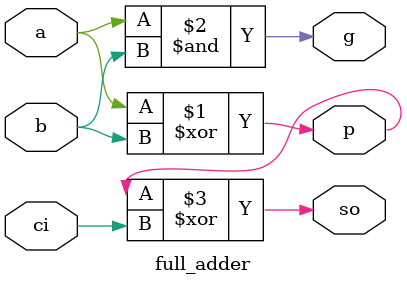
<source format=v>

module  full_adder  (a,b,ci,p,g,so);

input   a,b,ci;
output  p,g,so;

//*** calculate the p & g functiom ***
assign  p = a ^ b;
assign  g = a & b;

//*** calculate the sun ***
assign  so = p ^ ci;

endmodule


</source>
